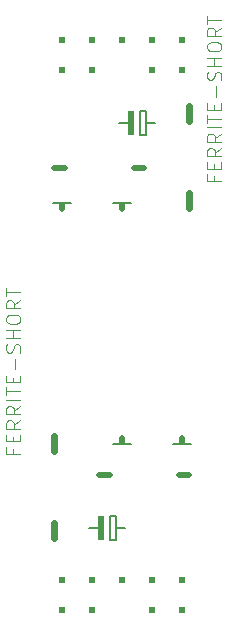
<source format=gbr>
G04 #@! TF.GenerationSoftware,KiCad,Pcbnew,(5.1.5)-3*
G04 #@! TF.CreationDate,2020-03-15T11:41:05-07:00*
G04 #@! TF.ProjectId,bbf-europower,6262662d-6575-4726-9f70-6f7765722e6b,rev?*
G04 #@! TF.SameCoordinates,Original*
G04 #@! TF.FileFunction,Other,Fab,Top*
%FSLAX46Y46*%
G04 Gerber Fmt 4.6, Leading zero omitted, Abs format (unit mm)*
G04 Created by KiCad (PCBNEW (5.1.5)-3) date 2020-03-15 11:41:05*
%MOMM*%
%LPD*%
G04 APERTURE LIST*
%ADD10C,0.100000*%
%ADD11C,0.152400*%
%ADD12C,0.508000*%
%ADD13C,0.600000*%
%ADD14C,0.120650*%
G04 APERTURE END LIST*
D10*
G04 #@! TO.C,JP1*
G36*
X151295100Y-81122600D02*
G01*
X151295100Y-80614600D01*
X150787100Y-80614600D01*
X150787100Y-81122600D01*
X151295100Y-81122600D01*
G37*
G36*
X151295100Y-83662600D02*
G01*
X151295100Y-83154600D01*
X150787100Y-83154600D01*
X150787100Y-83662600D01*
X151295100Y-83662600D01*
G37*
G36*
X153835100Y-83662600D02*
G01*
X153835100Y-83154600D01*
X153327100Y-83154600D01*
X153327100Y-83662600D01*
X153835100Y-83662600D01*
G37*
G36*
X153835100Y-81122600D02*
G01*
X153835100Y-80614600D01*
X153327100Y-80614600D01*
X153327100Y-81122600D01*
X153835100Y-81122600D01*
G37*
G36*
X148755100Y-81122600D02*
G01*
X148755100Y-80614600D01*
X148247100Y-80614600D01*
X148247100Y-81122600D01*
X148755100Y-81122600D01*
G37*
G36*
X146215100Y-83662600D02*
G01*
X146215100Y-83154600D01*
X145707100Y-83154600D01*
X145707100Y-83662600D01*
X146215100Y-83662600D01*
G37*
G36*
X146215100Y-81122600D02*
G01*
X146215100Y-80614600D01*
X145707100Y-80614600D01*
X145707100Y-81122600D01*
X146215100Y-81122600D01*
G37*
G36*
X143675100Y-81122600D02*
G01*
X143675100Y-80614600D01*
X143167100Y-80614600D01*
X143167100Y-81122600D01*
X143675100Y-81122600D01*
G37*
G36*
X143675100Y-83662600D02*
G01*
X143675100Y-83154600D01*
X143167100Y-83154600D01*
X143167100Y-83662600D01*
X143675100Y-83662600D01*
G37*
G04 #@! TO.C,JP2*
G36*
X151295100Y-126842600D02*
G01*
X151295100Y-126334600D01*
X150787100Y-126334600D01*
X150787100Y-126842600D01*
X151295100Y-126842600D01*
G37*
G36*
X151295100Y-129382600D02*
G01*
X151295100Y-128874600D01*
X150787100Y-128874600D01*
X150787100Y-129382600D01*
X151295100Y-129382600D01*
G37*
G36*
X153835100Y-129382600D02*
G01*
X153835100Y-128874600D01*
X153327100Y-128874600D01*
X153327100Y-129382600D01*
X153835100Y-129382600D01*
G37*
G36*
X153835100Y-126842600D02*
G01*
X153835100Y-126334600D01*
X153327100Y-126334600D01*
X153327100Y-126842600D01*
X153835100Y-126842600D01*
G37*
G36*
X148755100Y-126842600D02*
G01*
X148755100Y-126334600D01*
X148247100Y-126334600D01*
X148247100Y-126842600D01*
X148755100Y-126842600D01*
G37*
G36*
X146215100Y-129382600D02*
G01*
X146215100Y-128874600D01*
X145707100Y-128874600D01*
X145707100Y-129382600D01*
X146215100Y-129382600D01*
G37*
G36*
X146215100Y-126842600D02*
G01*
X146215100Y-126334600D01*
X145707100Y-126334600D01*
X145707100Y-126842600D01*
X146215100Y-126842600D01*
G37*
G36*
X143675100Y-126842600D02*
G01*
X143675100Y-126334600D01*
X143167100Y-126334600D01*
X143167100Y-126842600D01*
X143675100Y-126842600D01*
G37*
G36*
X143675100Y-129382600D02*
G01*
X143675100Y-128874600D01*
X143167100Y-128874600D01*
X143167100Y-129382600D01*
X143675100Y-129382600D01*
G37*
G04 #@! TO.C,C1*
G36*
X149517100Y-86837600D02*
G01*
X149009100Y-86837600D01*
X149009100Y-88869600D01*
X149517100Y-88869600D01*
X149517100Y-86837600D01*
G37*
D11*
X149136100Y-87853600D02*
X148247100Y-87853600D01*
X150533100Y-88869600D02*
X150533100Y-87853600D01*
X150025100Y-88869600D02*
X150533100Y-88869600D01*
X150025100Y-86837600D02*
X150025100Y-88869600D01*
X150533100Y-86837600D02*
X150025100Y-86837600D01*
X150533100Y-87853600D02*
X150533100Y-86837600D01*
X151295100Y-87853600D02*
X150533100Y-87853600D01*
D10*
G04 #@! TO.C,C2*
G36*
X146977100Y-121127600D02*
G01*
X146469100Y-121127600D01*
X146469100Y-123159600D01*
X146977100Y-123159600D01*
X146977100Y-121127600D01*
G37*
D11*
X146596100Y-122143600D02*
X145707100Y-122143600D01*
X147993100Y-123159600D02*
X147993100Y-122143600D01*
X147485100Y-123159600D02*
X147993100Y-123159600D01*
X147485100Y-121127600D02*
X147485100Y-123159600D01*
X147993100Y-121127600D02*
X147485100Y-121127600D01*
X147993100Y-122143600D02*
X147993100Y-121127600D01*
X148755100Y-122143600D02*
X147993100Y-122143600D01*
D12*
G04 #@! TO.C,D2*
X154216100Y-117698600D02*
X153327100Y-117698600D01*
X146596100Y-117698600D02*
X147485100Y-117698600D01*
G04 #@! TO.C,D1*
X150406100Y-91663600D02*
X149517100Y-91663600D01*
X142786100Y-91663600D02*
X143675100Y-91663600D01*
D13*
G04 #@! TO.C,L1*
X154216100Y-95029100D02*
X154216100Y-93759100D01*
X154216100Y-86393100D02*
X154216100Y-87663100D01*
G04 #@! TO.C,L2*
X142786100Y-114333100D02*
X142786100Y-115603100D01*
X142786100Y-122969100D02*
X142786100Y-121699100D01*
D10*
G04 #@! TO.C,+FUSE1*
G36*
X148247100Y-95029100D02*
G01*
X148755100Y-95029100D01*
X148755100Y-94648100D01*
X148247100Y-94648100D01*
X148247100Y-95029100D01*
G37*
G36*
X143167100Y-95029100D02*
G01*
X143675100Y-95029100D01*
X143675100Y-94648100D01*
X143167100Y-94648100D01*
X143167100Y-95029100D01*
G37*
D12*
X148501100Y-95156100D02*
X148501100Y-94902100D01*
X143421100Y-95156100D02*
X143421100Y-94902100D01*
D11*
X147739100Y-94648100D02*
X149263100Y-94648100D01*
X142659100Y-94648100D02*
X144183100Y-94648100D01*
D10*
G04 #@! TO.C,-FUSE1*
G36*
X148755100Y-114650600D02*
G01*
X148247100Y-114650600D01*
X148247100Y-115031600D01*
X148755100Y-115031600D01*
X148755100Y-114650600D01*
G37*
G36*
X153835100Y-114650600D02*
G01*
X153327100Y-114650600D01*
X153327100Y-115031600D01*
X153835100Y-115031600D01*
X153835100Y-114650600D01*
G37*
D12*
X148501100Y-114523600D02*
X148501100Y-114777600D01*
X153581100Y-114523600D02*
X153581100Y-114777600D01*
D11*
X149263100Y-115031600D02*
X147739100Y-115031600D01*
X154343100Y-115031600D02*
X152819100Y-115031600D01*
G04 #@! TD*
G04 #@! TO.C,L1*
D14*
X156320671Y-92375248D02*
X156320671Y-92777415D01*
X156952647Y-92777415D02*
X155746147Y-92777415D01*
X155746147Y-92202891D01*
X156320671Y-91743272D02*
X156320671Y-91341106D01*
X156952647Y-91168748D02*
X156952647Y-91743272D01*
X155746147Y-91743272D01*
X155746147Y-91168748D01*
X156952647Y-89962248D02*
X156378123Y-90364415D01*
X156952647Y-90651677D02*
X155746147Y-90651677D01*
X155746147Y-90192058D01*
X155803600Y-90077153D01*
X155861052Y-90019701D01*
X155975957Y-89962248D01*
X156148314Y-89962248D01*
X156263219Y-90019701D01*
X156320671Y-90077153D01*
X156378123Y-90192058D01*
X156378123Y-90651677D01*
X156952647Y-88755748D02*
X156378123Y-89157915D01*
X156952647Y-89445177D02*
X155746147Y-89445177D01*
X155746147Y-88985558D01*
X155803600Y-88870653D01*
X155861052Y-88813201D01*
X155975957Y-88755748D01*
X156148314Y-88755748D01*
X156263219Y-88813201D01*
X156320671Y-88870653D01*
X156378123Y-88985558D01*
X156378123Y-89445177D01*
X156952647Y-88238677D02*
X155746147Y-88238677D01*
X155746147Y-87836510D02*
X155746147Y-87147082D01*
X156952647Y-87491796D02*
X155746147Y-87491796D01*
X156320671Y-86744915D02*
X156320671Y-86342748D01*
X156952647Y-86170391D02*
X156952647Y-86744915D01*
X155746147Y-86744915D01*
X155746147Y-86170391D01*
X156493028Y-85653320D02*
X156493028Y-84734082D01*
X156895195Y-84217010D02*
X156952647Y-84044653D01*
X156952647Y-83757391D01*
X156895195Y-83642487D01*
X156837742Y-83585034D01*
X156722838Y-83527582D01*
X156607933Y-83527582D01*
X156493028Y-83585034D01*
X156435576Y-83642487D01*
X156378123Y-83757391D01*
X156320671Y-83987201D01*
X156263219Y-84102106D01*
X156205766Y-84159558D01*
X156090861Y-84217010D01*
X155975957Y-84217010D01*
X155861052Y-84159558D01*
X155803600Y-84102106D01*
X155746147Y-83987201D01*
X155746147Y-83699939D01*
X155803600Y-83527582D01*
X156952647Y-83010510D02*
X155746147Y-83010510D01*
X156320671Y-83010510D02*
X156320671Y-82321082D01*
X156952647Y-82321082D02*
X155746147Y-82321082D01*
X155746147Y-81516748D02*
X155746147Y-81286939D01*
X155803600Y-81172034D01*
X155918504Y-81057129D01*
X156148314Y-80999677D01*
X156550480Y-80999677D01*
X156780290Y-81057129D01*
X156895195Y-81172034D01*
X156952647Y-81286939D01*
X156952647Y-81516748D01*
X156895195Y-81631653D01*
X156780290Y-81746558D01*
X156550480Y-81804010D01*
X156148314Y-81804010D01*
X155918504Y-81746558D01*
X155803600Y-81631653D01*
X155746147Y-81516748D01*
X156952647Y-79793177D02*
X156378123Y-80195344D01*
X156952647Y-80482606D02*
X155746147Y-80482606D01*
X155746147Y-80022987D01*
X155803600Y-79908082D01*
X155861052Y-79850629D01*
X155975957Y-79793177D01*
X156148314Y-79793177D01*
X156263219Y-79850629D01*
X156320671Y-79908082D01*
X156378123Y-80022987D01*
X156378123Y-80482606D01*
X155746147Y-79448463D02*
X155746147Y-78759034D01*
X156952647Y-79103748D02*
X155746147Y-79103748D01*
G04 #@! TO.C,L2*
X139302671Y-115451248D02*
X139302671Y-115853415D01*
X139934647Y-115853415D02*
X138728147Y-115853415D01*
X138728147Y-115278891D01*
X139302671Y-114819272D02*
X139302671Y-114417106D01*
X139934647Y-114244748D02*
X139934647Y-114819272D01*
X138728147Y-114819272D01*
X138728147Y-114244748D01*
X139934647Y-113038248D02*
X139360123Y-113440415D01*
X139934647Y-113727677D02*
X138728147Y-113727677D01*
X138728147Y-113268058D01*
X138785600Y-113153153D01*
X138843052Y-113095701D01*
X138957957Y-113038248D01*
X139130314Y-113038248D01*
X139245219Y-113095701D01*
X139302671Y-113153153D01*
X139360123Y-113268058D01*
X139360123Y-113727677D01*
X139934647Y-111831748D02*
X139360123Y-112233915D01*
X139934647Y-112521177D02*
X138728147Y-112521177D01*
X138728147Y-112061558D01*
X138785600Y-111946653D01*
X138843052Y-111889201D01*
X138957957Y-111831748D01*
X139130314Y-111831748D01*
X139245219Y-111889201D01*
X139302671Y-111946653D01*
X139360123Y-112061558D01*
X139360123Y-112521177D01*
X139934647Y-111314677D02*
X138728147Y-111314677D01*
X138728147Y-110912510D02*
X138728147Y-110223082D01*
X139934647Y-110567796D02*
X138728147Y-110567796D01*
X139302671Y-109820915D02*
X139302671Y-109418748D01*
X139934647Y-109246391D02*
X139934647Y-109820915D01*
X138728147Y-109820915D01*
X138728147Y-109246391D01*
X139475028Y-108729320D02*
X139475028Y-107810082D01*
X139877195Y-107293010D02*
X139934647Y-107120653D01*
X139934647Y-106833391D01*
X139877195Y-106718487D01*
X139819742Y-106661034D01*
X139704838Y-106603582D01*
X139589933Y-106603582D01*
X139475028Y-106661034D01*
X139417576Y-106718487D01*
X139360123Y-106833391D01*
X139302671Y-107063201D01*
X139245219Y-107178106D01*
X139187766Y-107235558D01*
X139072861Y-107293010D01*
X138957957Y-107293010D01*
X138843052Y-107235558D01*
X138785600Y-107178106D01*
X138728147Y-107063201D01*
X138728147Y-106775939D01*
X138785600Y-106603582D01*
X139934647Y-106086510D02*
X138728147Y-106086510D01*
X139302671Y-106086510D02*
X139302671Y-105397082D01*
X139934647Y-105397082D02*
X138728147Y-105397082D01*
X138728147Y-104592748D02*
X138728147Y-104362939D01*
X138785600Y-104248034D01*
X138900504Y-104133129D01*
X139130314Y-104075677D01*
X139532480Y-104075677D01*
X139762290Y-104133129D01*
X139877195Y-104248034D01*
X139934647Y-104362939D01*
X139934647Y-104592748D01*
X139877195Y-104707653D01*
X139762290Y-104822558D01*
X139532480Y-104880010D01*
X139130314Y-104880010D01*
X138900504Y-104822558D01*
X138785600Y-104707653D01*
X138728147Y-104592748D01*
X139934647Y-102869177D02*
X139360123Y-103271344D01*
X139934647Y-103558606D02*
X138728147Y-103558606D01*
X138728147Y-103098987D01*
X138785600Y-102984082D01*
X138843052Y-102926629D01*
X138957957Y-102869177D01*
X139130314Y-102869177D01*
X139245219Y-102926629D01*
X139302671Y-102984082D01*
X139360123Y-103098987D01*
X139360123Y-103558606D01*
X138728147Y-102524463D02*
X138728147Y-101835034D01*
X139934647Y-102179748D02*
X138728147Y-102179748D01*
G04 #@! TD*
M02*

</source>
